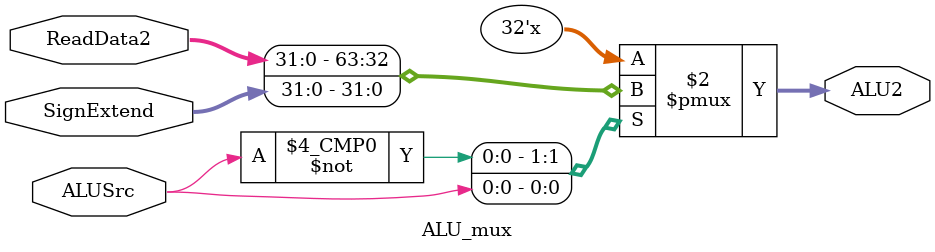
<source format=v>
`timescale 1ns / 1ns
module ALU_mux(
	ReadData2, SignExtend, ALU2, ALUSrc
    );

	input [31:0] ReadData2, SignExtend;
	output reg[31:0] ALU2;
	input ALUSrc;
	
	always@(*) begin
		case(ALUSrc)
			1'b0: ALU2 = ReadData2;
			1'b1: ALU2 = SignExtend;
		endcase
	end

endmodule

</source>
